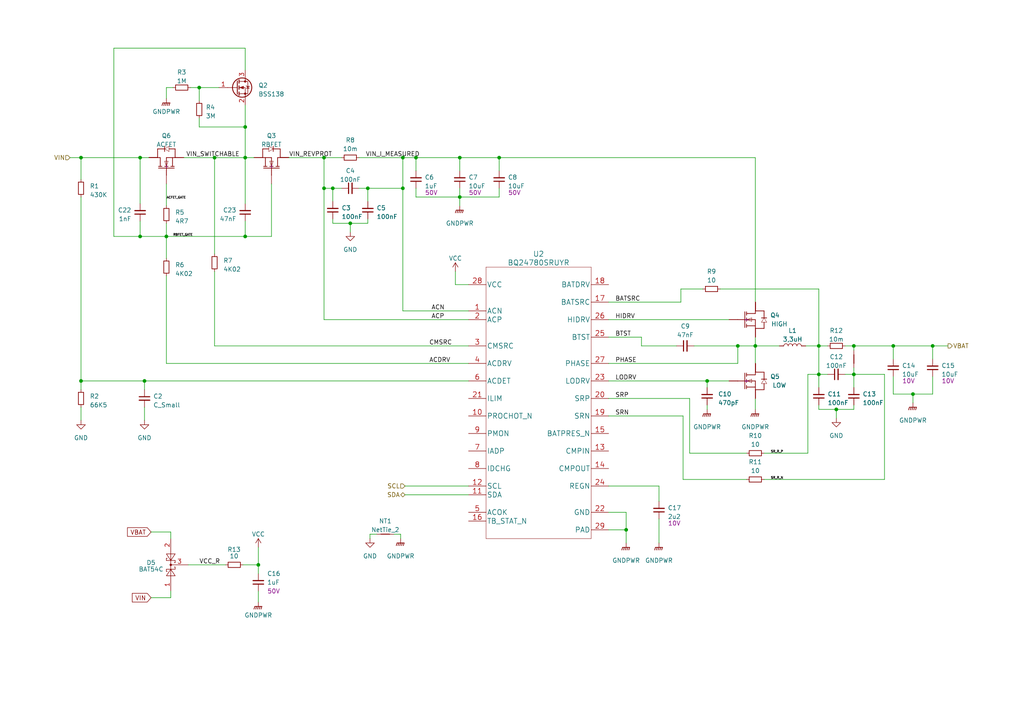
<source format=kicad_sch>
(kicad_sch (version 20221206) (generator eeschema)
  (paper "A4")
  (lib_symbols
    (symbol "BQ24780SRUYR:BQ24780SRUYR" (pin_names (offset 0.254))
      (property "Reference" "U" (at 0 45.72 0))
      (property "Value" "BQ24780SRUYR" (at 0 40.64 0))
      (symbol "BQ24780SRUYR_1_1"
        (polyline (pts (xy -15.24 -40.64) (xy 15.24 -40.64)) (stroke (width 0.1016)))
        (polyline (pts (xy -15.24 38.1) (xy -15.24 -40.64)) (stroke (width 0.1016)))
        (polyline (pts (xy 15.24 -40.64) (xy 15.24 38.1)) (stroke (width 0.1016)))
        (polyline (pts (xy 15.24 38.1) (xy -15.24 38.1)) (stroke (width 0.1016)))
        (pin input line (at -20.32 25.4 0) (length 5.08) (name "ACN") (number "1"))
        (pin output line (at -20.32 -5.08 0) (length 5.08) (name "PROCHOT_N") (number "10"))
        (pin bidirectional line (at -20.32 -27.94 0) (length 5.08) (name "SDA") (number "11"))
        (pin bidirectional line (at -20.32 -25.4 0) (length 5.08) (name "SCL") (number "12"))
        (pin input line (at 20.32 -15.24 180) (length 5.08) (name "CMPIN") (number "13"))
        (pin output line (at 20.32 -20.32 180) (length 5.08) (name "CMPOUT") (number "14"))
        (pin input line (at 20.32 -10.16 180) (length 5.08) (name "BATPRES_N") (number "15"))
        (pin input line (at -20.32 -35.56 0) (length 5.08) (name "TB_STAT_N") (number "16"))
        (pin output line (at 20.32 27.94 180) (length 5.08) (name "BATSRC") (number "17"))
        (pin input line (at 20.32 33.02 180) (length 5.08) (name "BATDRV") (number "18"))
        (pin input line (at 20.32 -5.08 180) (length 5.08) (name "SRN") (number "19"))
        (pin input line (at -20.32 22.86 0) (length 5.08) (name "ACP") (number "2"))
        (pin input line (at 20.32 0 180) (length 5.08) (name "SRP") (number "20"))
        (pin input line (at -20.32 0 0) (length 5.08) (name "ILIM") (number "21"))
        (pin power_in line (at 20.32 -33.02 180) (length 5.08) (name "GND") (number "22"))
        (pin output line (at 20.32 5.08 180) (length 5.08) (name "LODRV") (number "23"))
        (pin power_in line (at 20.32 -25.4 180) (length 5.08) (name "REGN") (number "24"))
        (pin power_in line (at 20.32 17.78 180) (length 5.08) (name "BTST") (number "25"))
        (pin power_in line (at 20.32 22.86 180) (length 5.08) (name "HIDRV") (number "26"))
        (pin power_in line (at 20.32 10.16 180) (length 5.08) (name "PHASE") (number "27"))
        (pin power_in line (at -20.32 33.02 0) (length 5.08) (name "VCC") (number "28"))
        (pin power_in line (at 20.32 -38.1 180) (length 5.08) (name "PAD") (number "29"))
        (pin input line (at -20.32 15.24 0) (length 5.08) (name "CMSRC") (number "3"))
        (pin output line (at -20.32 10.16 0) (length 5.08) (name "ACDRV") (number "4"))
        (pin output line (at -20.32 -33.02 0) (length 5.08) (name "ACOK") (number "5"))
        (pin input line (at -20.32 5.08 0) (length 5.08) (name "ACDET") (number "6"))
        (pin output line (at -20.32 -15.24 0) (length 5.08) (name "IADP") (number "7"))
        (pin output line (at -20.32 -20.32 0) (length 5.08) (name "IDCHG") (number "8"))
        (pin output line (at -20.32 -10.16 0) (length 5.08) (name "PMON") (number "9"))
      )
    )
    (symbol "CSD18543Q3A:CSD18543Q3A" (pin_numbers hide) (pin_names (offset 0) hide)
      (property "Reference" "U" (at -2.54 5.08 0))
      (property "Value" "CSD18543Q3A" (at 15.24 -5.08 0))
      (symbol "CSD18543Q3A_1_1"
        (polyline (pts (xy -2.54 0) (xy -0.508 0)) (stroke (width 0.2032)))
        (polyline (pts (xy -0.508 2.286) (xy -0.508 -2.286)) (stroke (width 0.2032)))
        (polyline (pts (xy 0 -2.286) (xy 0 -1.27)) (stroke (width 0.2032)))
        (polyline (pts (xy 0 -0.508) (xy 0 0.508)) (stroke (width 0.2032)))
        (polyline (pts (xy 0 0) (xy 1.524 -0.508)) (stroke (width 0.1016)))
        (polyline (pts (xy 0 2.286) (xy 0 1.27)) (stroke (width 0.2032)))
        (polyline (pts (xy 1.524 -0.508) (xy 1.524 0.508)) (stroke (width 0.1016)))
        (polyline (pts (xy 1.524 0.508) (xy 0 0)) (stroke (width 0.1016)))
        (polyline (pts (xy 2.54 -2.54) (xy 5.08 -2.54)) (stroke (width 0.2032)))
        (polyline (pts (xy 2.54 -1.778) (xy 0 -1.778)) (stroke (width 0.2032)))
        (polyline (pts (xy 2.54 0) (xy 0 0)) (stroke (width 0.2032)))
        (polyline (pts (xy 2.54 0) (xy 2.54 -2.54)) (stroke (width 0.2032)))
        (polyline (pts (xy 2.54 1.778) (xy 0 1.778)) (stroke (width 0.2032)))
        (polyline (pts (xy 2.54 1.778) (xy 2.54 2.54)) (stroke (width 0.2032)))
        (polyline (pts (xy 2.54 2.54) (xy 5.08 2.54)) (stroke (width 0.2032)))
        (polyline (pts (xy 4.318 -0.762) (xy 5.842 -0.762)) (stroke (width 0.1016)))
        (polyline (pts (xy 4.318 0.508) (xy 5.842 0.508)) (stroke (width 0.2032)))
        (polyline (pts (xy 5.08 -2.54) (xy 5.08 -0.762)) (stroke (width 0.2032)))
        (polyline (pts (xy 5.08 0.508) (xy 4.318 -0.762)) (stroke (width 0.1016)))
        (polyline (pts (xy 5.08 2.54) (xy 5.08 0.508)) (stroke (width 0.2032)))
        (polyline (pts (xy 5.842 -0.762) (xy 5.08 0.508)) (stroke (width 0.1016)))
        (pin passive line (at 2.54 -5.08 90) (length 2.56) (name "S") (number "1"))
        (pin passive line (at 2.54 -5.08 90) (length 2.56) (name "S") (number "2"))
        (pin passive line (at 2.54 -5.08 90) (length 2.56) (name "S") (number "3"))
        (pin passive line (at -5.08 0 0) (length 2.56) (name "G") (number "4"))
        (pin passive line (at 2.54 5.08 270) (length 2.56) (name "D") (number "5"))
        (pin passive line (at 2.54 5.08 270) (length 2.56) (name "D") (number "6"))
        (pin passive line (at 2.54 5.08 270) (length 2.56) (name "D") (number "7"))
        (pin passive line (at 2.54 5.08 270) (length 2.56) (name "D") (number "8"))
        (pin passive line (at 2.54 5.08 270) (length 2.56) (name "D") (number "9"))
      )
    )
    (symbol "Device:C_Small" (pin_numbers hide) (pin_names (offset 0.254) hide)
      (property "Reference" "C" (at 0.254 1.778 0))
      (property "Value" "C_Small" (at 0.254 -2.032 0))
      (symbol "C_Small_0_1"
        (polyline (pts (xy -1.524 -0.508) (xy 1.524 -0.508)) (stroke (width 0.3302)))
        (polyline (pts (xy -1.524 0.508) (xy 1.524 0.508)) (stroke (width 0.3048)))
      )
      (symbol "C_Small_1_1"
        (pin passive line (at 0 2.54 270) (length 2.032) (name "~") (number "1"))
        (pin passive line (at 0 -2.54 90) (length 2.032) (name "~") (number "2"))
      )
    )
    (symbol "Device:L" (pin_numbers hide) (pin_names (offset 1.016) hide)
      (property "Reference" "L" (at -1.27 0 90))
      (property "Value" "L" (at 1.905 0 90))
      (symbol "L_0_1"
        (arc (start 0 -2.54) (mid 0.6323 -1.905) (end 0 -1.27))
        (arc (start 0 -1.27) (mid 0.6323 -0.635) (end 0 0))
        (arc (start 0 0) (mid 0.6323 0.635) (end 0 1.27))
        (arc (start 0 1.27) (mid 0.6323 1.905) (end 0 2.54))
      )
      (symbol "L_1_1"
        (pin passive line (at 0 3.81 270) (length 1.27) (name "1") (number "1"))
        (pin passive line (at 0 -3.81 90) (length 1.27) (name "2") (number "2"))
      )
    )
    (symbol "Device:NetTie_2" (pin_numbers hide) (pin_names (offset 0) hide) (in_bom no)
      (property "Reference" "NT" (at 0 1.27 0))
      (property "Value" "NetTie_2" (at 0 -1.27 0))
      (symbol "NetTie_2_0_1"
        (polyline (pts (xy -1.27 0) (xy 1.27 0)) (stroke (width 0.254)))
      )
      (symbol "NetTie_2_1_1"
        (pin passive line (at -2.54 0 0) (length 2.54) (name "1") (number "1"))
        (pin passive line (at 2.54 0 180) (length 2.54) (name "2") (number "2"))
      )
    )
    (symbol "Device:R_Small" (pin_numbers hide) (pin_names (offset 0.254) hide)
      (property "Reference" "R" (at 0.762 0.508 0))
      (property "Value" "R_Small" (at 0.762 -1.016 0))
      (symbol "R_Small_0_1"
        (rectangle (start -0.762 1.778) (end 0.762 -1.778) (stroke (width 0.2032)))
      )
      (symbol "R_Small_1_1"
        (pin passive line (at 0 2.54 270) (length 0.762) (name "~") (number "1"))
        (pin passive line (at 0 -2.54 90) (length 0.762) (name "~") (number "2"))
      )
    )
    (symbol "Diode:BAT54C" (pin_names (offset 1.016))
      (property "Reference" "D" (at 0.635 -3.81 0))
      (property "Value" "BAT54C" (at -6.35 3.175 0))
      (symbol "BAT54C_0_1"
        (polyline (pts (xy -1.905 0) (xy 1.905 0)))
        (polyline (pts (xy -1.905 1.27) (xy -1.905 1.016)))
        (polyline (pts (xy -1.27 -1.27) (xy -0.635 -1.27)))
        (polyline (pts (xy -1.27 0) (xy -3.81 0)))
        (polyline (pts (xy -1.27 1.27) (xy -1.905 1.27)))
        (polyline (pts (xy -1.27 1.27) (xy -1.27 -1.27)))
        (polyline (pts (xy -0.635 -1.27) (xy -0.635 -1.016)))
        (polyline (pts (xy 0.635 -1.27) (xy 0.635 -1.016)))
        (polyline (pts (xy 1.27 -1.27) (xy 0.635 -1.27)))
        (polyline (pts (xy 1.27 1.27) (xy 1.27 -1.27)))
        (polyline (pts (xy 1.27 1.27) (xy 1.905 1.27)))
        (polyline (pts (xy 1.905 1.27) (xy 1.905 1.016)))
        (polyline (pts (xy 3.81 0) (xy 1.27 0)))
        (polyline (pts (xy -3.175 -1.27) (xy -3.175 1.27) (xy -1.27 0) (xy -3.175 -1.27)))
        (polyline (pts (xy 3.175 -1.27) (xy 3.175 1.27) (xy 1.27 0) (xy 3.175 -1.27)))
        (circle (center 0 0) (radius 0.254) (fill (type outline)))
      )
      (symbol "BAT54C_1_1"
        (pin passive line (at -7.62 0 0) (length 3.81) (name "~") (number "1"))
        (pin passive line (at 7.62 0 180) (length 3.81) (name "~") (number "2"))
        (pin passive line (at 0 -5.08 90) (length 5.08) (name "~") (number "3"))
      )
    )
    (symbol "Transistor_FET:BSS138" (pin_names hide)
      (property "Reference" "Q" (at 5.08 1.905 0))
      (property "Value" "BSS138" (at 5.08 0 0))
      (symbol "BSS138_0_1"
        (polyline (pts (xy 0.254 0) (xy -2.54 0)))
        (polyline (pts (xy 0.254 1.905) (xy 0.254 -1.905)) (stroke (width 0.254)))
        (polyline (pts (xy 0.762 -1.27) (xy 0.762 -2.286)) (stroke (width 0.254)))
        (polyline (pts (xy 0.762 0.508) (xy 0.762 -0.508)) (stroke (width 0.254)))
        (polyline (pts (xy 0.762 2.286) (xy 0.762 1.27)) (stroke (width 0.254)))
        (polyline (pts (xy 2.54 2.54) (xy 2.54 1.778)))
        (polyline (pts (xy 2.54 -2.54) (xy 2.54 0) (xy 0.762 0)))
        (polyline (pts (xy 0.762 -1.778) (xy 3.302 -1.778) (xy 3.302 1.778) (xy 0.762 1.778)))
        (polyline (pts (xy 1.016 0) (xy 2.032 0.381) (xy 2.032 -0.381) (xy 1.016 0)) (fill (type outline)))
        (polyline (pts (xy 2.794 0.508) (xy 2.921 0.381) (xy 3.683 0.381) (xy 3.81 0.254)))
        (polyline (pts (xy 3.302 0.381) (xy 2.921 -0.254) (xy 3.683 -0.254) (xy 3.302 0.381)))
        (circle (center 1.651 0) (radius 2.794) (stroke (width 0.254)))
        (circle (center 2.54 -1.778) (radius 0.254) (fill (type outline)))
        (circle (center 2.54 1.778) (radius 0.254) (fill (type outline)))
      )
      (symbol "BSS138_1_1"
        (pin input line (at -5.08 0 0) (length 2.54) (name "G") (number "1"))
        (pin passive line (at 2.54 -5.08 90) (length 2.54) (name "S") (number "2"))
        (pin passive line (at 2.54 5.08 270) (length 2.54) (name "D") (number "3"))
      )
    )
    (symbol "power:GND" (power) (pin_names (offset 0))
      (property "Value" "GND" (at 0 -3.81 0))
      (symbol "GND_0_1"
        (polyline (pts (xy 0 0) (xy 0 -1.27) (xy 1.27 -1.27) (xy 0 -2.54) (xy -1.27 -1.27) (xy 0 -1.27)))
      )
      (symbol "GND_1_1"
        (pin power_in line (at 0 0 270) (length 0) hide (name "GND") (number "1"))
      )
    )
    (symbol "power:GNDPWR" (power) (pin_names (offset 0))
      (property "Value" "GNDPWR" (at 0 -3.302 0))
      (symbol "GNDPWR_0_1"
        (polyline (pts (xy 0 -1.27) (xy 0 0)))
        (polyline (pts (xy -1.016 -1.27) (xy -1.27 -2.032) (xy -1.27 -2.032)) (stroke (width 0.2032)))
        (polyline (pts (xy -0.508 -1.27) (xy -0.762 -2.032) (xy -0.762 -2.032)) (stroke (width 0.2032)))
        (polyline (pts (xy 0 -1.27) (xy -0.254 -2.032) (xy -0.254 -2.032)) (stroke (width 0.2032)))
        (polyline (pts (xy 0.508 -1.27) (xy 0.254 -2.032) (xy 0.254 -2.032)) (stroke (width 0.2032)))
        (polyline (pts (xy 1.016 -1.27) (xy -1.016 -1.27) (xy -1.016 -1.27)) (stroke (width 0.2032)))
        (polyline (pts (xy 1.016 -1.27) (xy 0.762 -2.032) (xy 0.762 -2.032) (xy 0.762 -2.032)) (stroke (width 0.2032)))
      )
      (symbol "GNDPWR_1_1"
        (pin power_in line (at 0 0 270) (length 0) hide (name "GNDPWR") (number "1"))
      )
    )
    (symbol "power:VCC" (power) (pin_names (offset 0))
      (property "Value" "VCC" (at 0 3.81 0))
      (symbol "VCC_0_1"
        (polyline (pts (xy -0.762 1.27) (xy 0 2.54)))
        (polyline (pts (xy 0 0) (xy 0 2.54)))
        (polyline (pts (xy 0 2.54) (xy 0.762 1.27)))
      )
      (symbol "VCC_1_1"
        (pin power_in line (at 0 0 90) (length 0) hide (name "VCC") (number "1"))
      )
    )
  )
  (junction (at 133.35 57.15))
  (junction (at 23.495 110.49))
  (junction (at 247.65 100.33))
  (junction (at 71.12 68.58))
  (junction (at 71.12 36.83))
  (junction (at 133.35 45.72))
  (junction (at 144.78 45.72))
  (junction (at 120.65 45.72))
  (junction (at 237.49 100.33))
  (junction (at 41.91 110.49))
  (junction (at 48.26 68.58))
  (junction (at 237.49 108.585))
  (junction (at 40.64 45.72))
  (junction (at 93.98 54.61))
  (junction (at 116.84 45.72))
  (junction (at 101.6 64.77))
  (junction (at 71.12 45.72))
  (junction (at 57.785 25.4))
  (junction (at 93.98 45.72))
  (junction (at 264.795 114.3))
  (junction (at 40.64 68.58))
  (junction (at 205.105 110.49))
  (junction (at 106.68 54.61))
  (junction (at 116.84 54.61))
  (junction (at 62.23 45.72))
  (junction (at 74.93 163.83))
  (junction (at 213.995 100.33))
  (junction (at 270.51 100.33))
  (junction (at 219.075 100.33))
  (junction (at 247.65 108.585))
  (junction (at 259.08 100.33))
  (junction (at 23.495 45.72))
  (junction (at 242.57 118.745))
  (junction (at 96.52 54.61))
  (junction (at 181.61 153.67))
  (wire (pts (xy 120.65 54.61) (xy 120.65 57.15)))
  (wire (pts (xy 99.06 54.61) (xy 96.52 54.61)))
  (wire (pts (xy 71.12 45.72) (xy 71.12 59.055)))
  (wire (pts (xy 270.51 100.33) (xy 274.955 100.33)))
  (wire (pts (xy 234.315 131.445) (xy 234.315 108.585)))
  (wire (pts (xy 198.12 139.065) (xy 198.12 120.65)))
  (wire (pts (xy 71.12 13.97) (xy 33.02 13.97)))
  (wire (pts (xy 135.89 100.33) (xy 62.23 100.33)))
  (wire (pts (xy 247.65 117.475) (xy 247.65 118.745)))
  (wire (pts (xy 191.135 150.495) (xy 191.135 157.48)))
  (wire (pts (xy 245.11 108.585) (xy 247.65 108.585)))
  (wire (pts (xy 219.075 100.33) (xy 219.075 105.41)))
  (wire (pts (xy 133.35 57.15) (xy 133.35 59.69)))
  (wire (pts (xy 62.23 100.33) (xy 62.23 78.74)))
  (wire (pts (xy 133.35 45.72) (xy 144.78 45.72)))
  (wire (pts (xy 104.14 45.72) (xy 116.84 45.72)))
  (wire (pts (xy 106.68 54.61) (xy 116.84 54.61)))
  (wire (pts (xy 259.08 109.22) (xy 259.08 114.3)))
  (wire (pts (xy 20.32 45.72) (xy 23.495 45.72)))
  (wire (pts (xy 242.57 118.745) (xy 242.57 121.285)))
  (wire (pts (xy 259.08 100.33) (xy 259.08 104.14)))
  (wire (pts (xy 117.475 140.97) (xy 135.89 140.97)))
  (wire (pts (xy 48.26 53.34) (xy 48.26 59.69)))
  (wire (pts (xy 107.315 154.94) (xy 107.315 156.21)))
  (wire (pts (xy 245.11 100.33) (xy 247.65 100.33)))
  (wire (pts (xy 133.35 57.15) (xy 144.78 57.15)))
  (wire (pts (xy 205.105 110.49) (xy 211.455 110.49)))
  (wire (pts (xy 205.105 110.49) (xy 205.105 112.395)))
  (wire (pts (xy 74.93 171.45) (xy 74.93 174.625)))
  (wire (pts (xy 132.08 82.55) (xy 132.08 78.74)))
  (wire (pts (xy 144.78 49.53) (xy 144.78 45.72)))
  (wire (pts (xy 259.08 100.33) (xy 270.51 100.33)))
  (wire (pts (xy 55.245 25.4) (xy 57.785 25.4)))
  (wire (pts (xy 176.53 97.79) (xy 186.055 97.79)))
  (wire (pts (xy 41.91 110.49) (xy 135.89 110.49)))
  (wire (pts (xy 40.64 45.72) (xy 43.18 45.72)))
  (wire (pts (xy 237.49 108.585) (xy 237.49 112.395)))
  (wire (pts (xy 116.84 45.72) (xy 116.84 54.61)))
  (wire (pts (xy 186.055 97.79) (xy 186.055 100.33)))
  (wire (pts (xy 144.78 57.15) (xy 144.78 54.61)))
  (wire (pts (xy 62.23 45.72) (xy 71.12 45.72)))
  (wire (pts (xy 264.795 114.3) (xy 264.795 116.84)))
  (wire (pts (xy 106.68 63.5) (xy 106.68 64.77)))
  (wire (pts (xy 200.025 115.57) (xy 200.025 131.445)))
  (wire (pts (xy 71.12 20.32) (xy 71.12 13.97)))
  (wire (pts (xy 198.12 120.65) (xy 176.53 120.65)))
  (wire (pts (xy 133.35 54.61) (xy 133.35 57.15)))
  (wire (pts (xy 219.075 97.79) (xy 219.075 100.33)))
  (wire (pts (xy 181.61 148.59) (xy 181.61 153.67)))
  (wire (pts (xy 237.49 118.745) (xy 242.57 118.745)))
  (wire (pts (xy 197.485 83.82) (xy 203.835 83.82)))
  (wire (pts (xy 23.495 118.11) (xy 23.495 121.92)))
  (wire (pts (xy 48.26 25.4) (xy 48.26 28.575)))
  (wire (pts (xy 240.03 108.585) (xy 237.49 108.585)))
  (wire (pts (xy 120.65 57.15) (xy 133.35 57.15)))
  (wire (pts (xy 219.075 100.33) (xy 226.06 100.33)))
  (wire (pts (xy 219.075 45.72) (xy 144.78 45.72)))
  (wire (pts (xy 213.995 100.33) (xy 219.075 100.33)))
  (wire (pts (xy 135.89 90.17) (xy 116.84 90.17)))
  (wire (pts (xy 57.785 25.4) (xy 57.785 29.21)))
  (wire (pts (xy 247.65 100.33) (xy 247.65 101.6)))
  (wire (pts (xy 221.615 131.445) (xy 234.315 131.445)))
  (wire (pts (xy 53.34 45.72) (xy 62.23 45.72)))
  (wire (pts (xy 219.075 87.63) (xy 219.075 45.72)))
  (wire (pts (xy 23.495 45.72) (xy 40.64 45.72)))
  (wire (pts (xy 49.53 154.305) (xy 49.53 156.21)))
  (wire (pts (xy 133.35 45.72) (xy 133.35 49.53)))
  (wire (pts (xy 109.22 154.94) (xy 107.315 154.94)))
  (wire (pts (xy 247.65 106.68) (xy 247.65 108.585)))
  (wire (pts (xy 93.98 54.61) (xy 93.98 45.72)))
  (wire (pts (xy 74.93 163.83) (xy 70.485 163.83)))
  (wire (pts (xy 116.84 45.72) (xy 120.65 45.72)))
  (wire (pts (xy 71.12 64.135) (xy 71.12 68.58)))
  (wire (pts (xy 57.785 36.83) (xy 71.12 36.83)))
  (wire (pts (xy 116.205 154.94) (xy 116.205 156.21)))
  (wire (pts (xy 201.295 100.33) (xy 213.995 100.33)))
  (wire (pts (xy 48.26 80.01) (xy 48.26 105.41)))
  (wire (pts (xy 33.02 68.58) (xy 40.64 68.58)))
  (wire (pts (xy 93.98 45.72) (xy 99.06 45.72)))
  (wire (pts (xy 101.6 64.77) (xy 106.68 64.77)))
  (wire (pts (xy 33.02 13.97) (xy 33.02 68.58)))
  (wire (pts (xy 23.495 110.49) (xy 23.495 113.03)))
  (wire (pts (xy 237.49 100.33) (xy 240.03 100.33)))
  (wire (pts (xy 234.315 108.585) (xy 237.49 108.585)))
  (wire (pts (xy 83.82 45.72) (xy 93.98 45.72)))
  (wire (pts (xy 237.49 100.33) (xy 237.49 108.585)))
  (wire (pts (xy 186.055 100.33) (xy 196.215 100.33)))
  (wire (pts (xy 181.61 153.67) (xy 181.61 157.48)))
  (wire (pts (xy 270.51 109.22) (xy 270.51 114.3)))
  (wire (pts (xy 205.105 117.475) (xy 205.105 118.745)))
  (wire (pts (xy 247.65 108.585) (xy 247.65 112.395)))
  (wire (pts (xy 176.53 87.63) (xy 197.485 87.63)))
  (wire (pts (xy 198.12 139.065) (xy 216.535 139.065)))
  (wire (pts (xy 176.53 105.41) (xy 213.995 105.41)))
  (wire (pts (xy 71.12 30.48) (xy 71.12 36.83)))
  (wire (pts (xy 176.53 153.67) (xy 181.61 153.67)))
  (wire (pts (xy 176.53 140.97) (xy 191.135 140.97)))
  (wire (pts (xy 176.53 92.71) (xy 211.455 92.71)))
  (wire (pts (xy 191.135 140.97) (xy 191.135 145.415)))
  (wire (pts (xy 57.785 34.29) (xy 57.785 36.83)))
  (wire (pts (xy 135.89 92.71) (xy 93.98 92.71)))
  (wire (pts (xy 96.52 54.61) (xy 93.98 54.61)))
  (wire (pts (xy 96.52 63.5) (xy 96.52 64.77)))
  (wire (pts (xy 48.26 68.58) (xy 40.64 68.58)))
  (wire (pts (xy 23.495 45.72) (xy 23.495 52.07)))
  (wire (pts (xy 135.89 82.55) (xy 132.08 82.55)))
  (wire (pts (xy 23.495 110.49) (xy 41.91 110.49)))
  (wire (pts (xy 197.485 87.63) (xy 197.485 83.82)))
  (wire (pts (xy 48.26 68.58) (xy 48.26 74.93)))
  (wire (pts (xy 237.49 117.475) (xy 237.49 118.745)))
  (wire (pts (xy 264.795 114.3) (xy 270.51 114.3)))
  (wire (pts (xy 213.995 105.41) (xy 213.995 100.33)))
  (wire (pts (xy 54.61 163.83) (xy 65.405 163.83)))
  (wire (pts (xy 63.5 25.4) (xy 57.785 25.4)))
  (wire (pts (xy 41.91 118.11) (xy 41.91 121.92)))
  (wire (pts (xy 62.23 45.72) (xy 62.23 73.66)))
  (wire (pts (xy 233.68 100.33) (xy 237.49 100.33)))
  (wire (pts (xy 208.915 83.82) (xy 237.49 83.82)))
  (wire (pts (xy 48.26 68.58) (xy 71.12 68.58)))
  (wire (pts (xy 221.615 139.065) (xy 256.54 139.065)))
  (wire (pts (xy 176.53 110.49) (xy 205.105 110.49)))
  (wire (pts (xy 48.26 105.41) (xy 135.89 105.41)))
  (wire (pts (xy 78.74 53.34) (xy 78.74 68.58)))
  (wire (pts (xy 43.815 154.305) (xy 49.53 154.305)))
  (wire (pts (xy 40.64 68.58) (xy 40.64 64.135)))
  (wire (pts (xy 120.65 45.72) (xy 120.65 49.53)))
  (wire (pts (xy 259.08 114.3) (xy 264.795 114.3)))
  (wire (pts (xy 176.53 115.57) (xy 200.025 115.57)))
  (wire (pts (xy 71.12 68.58) (xy 78.74 68.58)))
  (wire (pts (xy 219.075 115.57) (xy 219.075 118.745)))
  (wire (pts (xy 120.65 45.72) (xy 133.35 45.72)))
  (wire (pts (xy 74.93 158.75) (xy 74.93 163.83)))
  (wire (pts (xy 117.475 143.51) (xy 135.89 143.51)))
  (wire (pts (xy 256.54 108.585) (xy 256.54 139.065)))
  (wire (pts (xy 41.91 113.03) (xy 41.91 110.49)))
  (wire (pts (xy 40.64 45.72) (xy 40.64 59.055)))
  (wire (pts (xy 270.51 104.14) (xy 270.51 100.33)))
  (wire (pts (xy 96.52 54.61) (xy 96.52 58.42)))
  (wire (pts (xy 242.57 118.745) (xy 247.65 118.745)))
  (wire (pts (xy 50.165 25.4) (xy 48.26 25.4)))
  (wire (pts (xy 93.98 54.61) (xy 93.98 92.71)))
  (wire (pts (xy 116.84 90.17) (xy 116.84 54.61)))
  (wire (pts (xy 104.14 54.61) (xy 106.68 54.61)))
  (wire (pts (xy 200.025 131.445) (xy 216.535 131.445)))
  (wire (pts (xy 101.6 64.77) (xy 101.6 67.31)))
  (wire (pts (xy 23.495 57.15) (xy 23.495 110.49)))
  (wire (pts (xy 176.53 148.59) (xy 181.61 148.59)))
  (wire (pts (xy 48.26 64.77) (xy 48.26 68.58)))
  (wire (pts (xy 71.12 45.72) (xy 73.66 45.72)))
  (wire (pts (xy 96.52 64.77) (xy 101.6 64.77)))
  (wire (pts (xy 71.12 36.83) (xy 71.12 45.72)))
  (wire (pts (xy 114.3 154.94) (xy 116.205 154.94)))
  (wire (pts (xy 74.93 163.83) (xy 74.93 166.37)))
  (wire (pts (xy 237.49 83.82) (xy 237.49 100.33)))
  (wire (pts (xy 49.53 173.355) (xy 49.53 171.45)))
  (wire (pts (xy 43.815 173.355) (xy 49.53 173.355)))
  (wire (pts (xy 106.68 54.61) (xy 106.68 58.42)))
  (wire (pts (xy 247.65 108.585) (xy 256.54 108.585)))
  (wire (pts (xy 247.65 100.33) (xy 259.08 100.33)))
  (label "HIDRV" (at 178.435 92.71 0))
  (label "ACFET_GATE" (at 48.26 57.785 0) (effects (font (size 0.635 0.635))))
  (label "VCC_R" (at 57.785 163.83 0))
  (label "RBFET_GATE" (at 50.165 68.58 0) (effects (font (size 0.635 0.635))))
  (label "VIN_REVPROT" (at 83.82 45.72 0))
  (label "SR_R_N" (at 223.52 139.065 0) (effects (font (size 0.635 0.635))))
  (label "ACN" (at 125.095 90.17 0))
  (label "SRP" (at 178.435 115.57 0))
  (label "BTST" (at 178.435 97.79 0))
  (label "VIN_SWITCHABLE" (at 53.975 45.72 0))
  (label "CMSRC" (at 124.46 100.33 0))
  (label "PHASE" (at 178.435 105.41 0))
  (label "LODRV" (at 178.435 110.49 0))
  (label "BATSRC" (at 178.435 87.63 0))
  (label "SRN" (at 178.435 120.65 0))
  (label "VIN_I_MEASURED" (at 106.045 45.72 0))
  (label "SR_R_P" (at 223.52 131.445 0) (effects (font (size 0.635 0.635))))
  (label "ACDRV" (at 124.46 105.41 0))
  (label "ACP" (at 125.095 92.71 0))
  (global_label "VBAT" (shape input) (at 43.815 154.305 180) (property "Intersheetrefs" "${INTERSHEET_REFS}" (effects hide)))
  (global_label "VIN" (shape input) (at 43.815 173.355 180) (property "Intersheetrefs" "${INTERSHEET_REFS}" (effects hide)))
  (hierarchical_label "SCL" (shape input) (at 117.475 140.97 180))
  (hierarchical_label "VIN" (shape input) (at 20.32 45.72 180))
  (hierarchical_label "SDA" (shape bidirectional) (at 117.475 143.51 180))
  (hierarchical_label "VBAT" (shape output) (at 274.955 100.33 0))
  (symbol (lib_id "power:VCC") (at 74.93 158.75 0) (unit 1)
    (property "Reference" "#PWR0118" (effects hide))
    (property "Value" "VCC" (at 74.93 154.94 0))
  )
  (symbol (lib_id "CSD18543Q3A:CSD18543Q3A") (at 48.26 48.26 90) (unit 1)
    (property "Reference" "Q6" (at 48.26 39.37 90))
    (property "Value" "ACFET" (at 48.26 41.91 90))
    (property "Footprint" "footprints:CSD18543Q3A" (effects hide))
    (property "Datasheet" "~" (at 48.26 48.26 0) (effects (font (size 1.524 1.524))))
  )
  (symbol (lib_id "power:GND") (at 242.57 121.285 0) (unit 1)
    (property "Reference" "#PWR0115" (effects hide))
    (property "Value" "GND" (at 242.57 126.365 0))
  )
  (symbol (lib_id "Device:R_Small") (at 101.6 45.72 90) (unit 1)
    (property "Reference" "R8" (at 101.6 40.64 90))
    (property "Value" "10m" (at 101.6 43.18 90))
    (property "Footprint" "Resistor_SMD:R_1206_3216Metric" (effects hide))
  )
  (symbol (lib_id "Device:R_Small") (at 57.785 31.75 0) (unit 1)
    (property "Reference" "R4" (at 59.69 31.115 0) (effects (justify left)))
    (property "Value" "3M" (at 59.69 33.655 0) (effects (justify left)))
    (property "Footprint" "Resistor_SMD:R_0603_1608Metric" (effects hide))
  )
  (symbol (lib_id "Device:C_Small") (at 41.91 115.57 0) (unit 1)
    (property "Reference" "C2" (at 44.45 114.9413 0) (effects (justify left)))
    (property "Value" "C_Small" (at 44.45 117.4813 0) (effects (justify left)))
  )
  (symbol (lib_id "power:GNDPWR") (at 264.795 116.84 0) (unit 1)
    (property "Reference" "#PWR0111" (effects hide))
    (property "Value" "GNDPWR" (at 264.795 121.92 0))
  )
  (symbol (lib_id "CSD18543Q3A:CSD18543Q3A") (at 216.535 92.71 0) (unit 1)
    (property "Reference" "Q4" (at 224.79 91.44 0))
    (property "Value" "HIGH" (at 226.06 93.98 0))
    (property "Footprint" "footprints:CSD18543Q3A" (effects hide))
    (property "Datasheet" "~" (at 216.535 92.71 0) (effects (font (size 1.524 1.524))))
  )
  (symbol (lib_id "Device:NetTie_2") (at 247.65 104.14 90) (unit 1) (in_bom no)
    (property "Reference" "NT2" (effects hide))
    (property "Value" "NetTie_2" (effects hide))
    (property "Footprint" "NetTie:NetTie-2_SMD_Pad0.5mm" (effects hide))
  )
  (symbol (lib_id "Device:L") (at 229.87 100.33 90) (unit 1)
    (property "Reference" "L1" (at 229.87 95.885 90))
    (property "Value" "3,3uH" (at 229.87 98.425 90))
    (property "Footprint" "libs:IND_ETQP5M150YFK" (effects hide))
  )
  (symbol (lib_id "Device:C_Small") (at 259.08 106.68 180) (unit 1)
    (property "Reference" "C14" (at 261.62 106.0386 0) (effects (justify right)))
    (property "Value" "10uF" (at 261.62 108.5786 0) (effects (justify right)))
    (property "Footprint" "Capacitor_SMD:C_0603_1608Metric" (effects hide))
    (property "Voltage" "10V" (at 263.525 110.49 0))
  )
  (symbol (lib_id "Device:R_Small") (at 48.26 77.47 0) (unit 1)
    (property "Reference" "R6" (at 50.8 76.835 0) (effects (justify left)))
    (property "Value" "4K02" (at 50.8 79.375 0) (effects (justify left)))
    (property "Footprint" "Resistor_SMD:R_0603_1608Metric" (effects hide))
  )
  (symbol (lib_id "Device:C_Small") (at 120.65 52.07 180) (unit 1)
    (property "Reference" "C6" (at 123.19 51.4286 0) (effects (justify right)))
    (property "Value" "1uF" (at 123.19 53.9686 0) (effects (justify right)))
    (property "Footprint" "Capacitor_SMD:C_0603_1608Metric" (effects hide))
    (property "Voltage" "50V" (at 125.095 55.88 0))
  )
  (symbol (lib_id "Device:C_Small") (at 198.755 100.33 90) (unit 1)
    (property "Reference" "C9" (at 198.7613 94.615 90))
    (property "Value" "47nF" (at 198.7613 97.155 90))
    (property "Footprint" "Capacitor_SMD:C_0603_1608Metric" (effects hide))
  )
  (symbol (lib_id "Device:C_Small") (at 96.52 60.96 180) (unit 1)
    (property "Reference" "C3" (at 99.06 60.3186 0) (effects (justify right)))
    (property "Value" "100nF" (at 99.06 62.8586 0) (effects (justify right)))
    (property "Footprint" "Capacitor_SMD:C_0603_1608Metric" (effects hide))
  )
  (symbol (lib_id "Device:R_Small") (at 48.26 62.23 0) (unit 1)
    (property "Reference" "R5" (at 50.8 61.595 0) (effects (justify left)))
    (property "Value" "4R7" (at 50.8 64.135 0) (effects (justify left)))
    (property "Footprint" "Resistor_SMD:R_0603_1608Metric" (effects hide))
  )
  (symbol (lib_id "power:GND") (at 23.495 121.92 0) (unit 1)
    (property "Reference" "#PWR0105" (effects hide))
    (property "Value" "GND" (at 23.495 127 0))
  )
  (symbol (lib_id "Device:R_Small") (at 23.495 54.61 0) (unit 1)
    (property "Reference" "R1" (at 26.035 53.975 0) (effects (justify left)))
    (property "Value" "430K" (at 26.035 56.515 0) (effects (justify left)))
    (property "Footprint" "Resistor_SMD:R_0603_1608Metric" (effects hide))
  )
  (symbol (lib_id "Device:C_Small") (at 133.35 52.07 180) (unit 1)
    (property "Reference" "C7" (at 135.89 51.4286 0) (effects (justify right)))
    (property "Value" "10uF" (at 135.89 53.9686 0) (effects (justify right)))
    (property "Footprint" "Capacitor_SMD:C_0603_1608Metric" (effects hide))
    (property "Voltage" "50V" (at 137.795 55.88 0))
  )
  (symbol (lib_id "Device:C_Small") (at 74.93 168.91 180) (unit 1)
    (property "Reference" "C16" (at 77.47 166.37 0) (effects (justify right)))
    (property "Value" "1uF" (at 77.47 168.91 0) (effects (justify right)))
    (property "Footprint" "Capacitor_SMD:C_0603_1608Metric" (effects hide))
    (property "Voltage" "50V" (at 79.375 171.4564 0))
  )
  (symbol (lib_id "Device:C_Small") (at 106.68 60.96 180) (unit 1)
    (property "Reference" "C5" (at 109.22 60.3186 0) (effects (justify right)))
    (property "Value" "100nF" (at 109.22 62.8586 0) (effects (justify right)))
    (property "Footprint" "Capacitor_SMD:C_0603_1608Metric" (effects hide))
  )
  (symbol (lib_id "Device:C_Small") (at 101.6 54.61 90) (unit 1)
    (property "Reference" "C4" (at 101.6063 49.53 90))
    (property "Value" "100nF" (at 101.6063 52.07 90))
    (property "Footprint" "Capacitor_SMD:C_0603_1608Metric" (effects hide))
  )
  (symbol (lib_id "Device:C_Small") (at 237.49 114.935 180) (unit 1)
    (property "Reference" "C11" (at 240.03 114.2936 0) (effects (justify right)))
    (property "Value" "100nF" (at 240.03 116.8336 0) (effects (justify right)))
    (property "Footprint" "Capacitor_SMD:C_0603_1608Metric" (effects hide))
  )
  (symbol (lib_id "Device:C_Small") (at 40.64 61.595 0) (mirror x) (unit 1)
    (property "Reference" "C22" (at 38.1 60.9536 0) (effects (justify right)))
    (property "Value" "1nF" (at 38.1 63.4936 0) (effects (justify right)))
    (property "Footprint" "Capacitor_SMD:C_0603_1608Metric" (effects hide))
  )
  (symbol (lib_id "power:GNDPWR") (at 74.93 174.625 0) (unit 1)
    (property "Reference" "#PWR0117" (effects hide))
    (property "Value" "GNDPWR" (at 74.93 178.435 0))
  )
  (symbol (lib_id "power:GNDPWR") (at 219.075 118.745 0) (unit 1)
    (property "Reference" "#PWR0112" (effects hide))
    (property "Value" "GNDPWR" (at 219.075 123.825 0))
  )
  (symbol (lib_id "Device:R_Small") (at 206.375 83.82 90) (unit 1)
    (property "Reference" "R9" (at 206.375 78.74 90))
    (property "Value" "10" (at 206.375 81.28 90))
    (property "Footprint" "Resistor_SMD:R_0603_1608Metric" (effects hide))
  )
  (symbol (lib_id "CSD18543Q3A:CSD18543Q3A") (at 78.74 48.26 270) (mirror x) (unit 1)
    (property "Reference" "Q3" (at 78.74 39.37 90))
    (property "Value" "RBFET" (at 78.74 41.91 90))
    (property "Footprint" "footprints:CSD18543Q3A" (effects hide))
    (property "Datasheet" "~" (at 78.74 48.26 0) (effects (font (size 1.524 1.524))))
  )
  (symbol (lib_id "Device:R_Small") (at 242.57 100.33 90) (unit 1)
    (property "Reference" "R12" (at 242.57 95.885 90))
    (property "Value" "10m" (at 242.57 98.425 90))
    (property "Footprint" "Resistor_SMD:R_1206_3216Metric" (effects hide))
  )
  (symbol (lib_id "BQ24780SRUYR:BQ24780SRUYR") (at 156.21 115.57 0) (unit 1)
    (property "Reference" "U2" (at 156.21 73.66 0) (effects (font (size 1.524 1.524))))
    (property "Value" "BQ24780SRUYR" (at 156.21 76.2 0) (effects (font (size 1.524 1.524))))
    (property "Footprint" "footprints:BQ24780SRUYR" (effects hide))
    (property "Datasheet" "https://www.ti.com/lit/gpn/bq24780s" (effects hide))
  )
  (symbol (lib_id "Device:C_Small") (at 270.51 106.68 180) (unit 1)
    (property "Reference" "C15" (at 273.05 106.0386 0) (effects (justify right)))
    (property "Value" "10uF" (at 273.05 108.5786 0) (effects (justify right)))
    (property "Footprint" "Capacitor_SMD:C_0603_1608Metric" (effects hide))
    (property "Voltage" "10V" (at 274.955 110.49 0))
  )
  (symbol (lib_id "power:GNDPWR") (at 191.135 157.48 0) (unit 1)
    (property "Reference" "#PWR0119" (effects hide))
    (property "Value" "GNDPWR" (at 191.135 162.56 0))
  )
  (symbol (lib_id "Device:C_Small") (at 71.12 61.595 0) (mirror x) (unit 1)
    (property "Reference" "C23" (at 68.58 60.9536 0) (effects (justify right)))
    (property "Value" "47nF" (at 68.58 63.4936 0) (effects (justify right)))
    (property "Footprint" "Capacitor_SMD:C_0603_1608Metric" (effects hide))
  )
  (symbol (lib_id "Device:R_Small") (at 219.075 139.065 90) (unit 1)
    (property "Reference" "R11" (at 219.075 133.985 90))
    (property "Value" "10" (at 219.075 136.525 90))
    (property "Footprint" "Resistor_SMD:R_0603_1608Metric" (effects hide))
  )
  (symbol (lib_id "Device:R_Small") (at 62.23 76.2 0) (unit 1)
    (property "Reference" "R7" (at 64.77 75.565 0) (effects (justify left)))
    (property "Value" "4K02" (at 64.77 78.105 0) (effects (justify left)))
    (property "Footprint" "Resistor_SMD:R_0603_1608Metric" (effects hide))
  )
  (symbol (lib_id "Device:C_Small") (at 247.65 114.935 180) (unit 1)
    (property "Reference" "C13" (at 250.19 114.2936 0) (effects (justify right)))
    (property "Value" "100nF" (at 250.19 116.8336 0) (effects (justify right)))
    (property "Footprint" "Capacitor_SMD:C_0603_1608Metric" (effects hide))
  )
  (symbol (lib_id "power:VCC") (at 132.08 78.74 0) (unit 1)
    (property "Reference" "#PWR0116" (effects hide))
    (property "Value" "VCC" (at 132.08 74.93 0))
  )
  (symbol (lib_id "Device:C_Small") (at 191.135 147.955 180) (unit 1)
    (property "Reference" "C17" (at 193.675 147.3136 0) (effects (justify right)))
    (property "Value" "2u2" (at 193.675 149.8536 0) (effects (justify right)))
    (property "Footprint" "Capacitor_SMD:C_0603_1608Metric" (effects hide))
    (property "Voltage" "10V" (at 195.58 151.765 0))
  )
  (symbol (lib_id "Device:C_Small") (at 144.78 52.07 180) (unit 1)
    (property "Reference" "C8" (at 147.32 51.4286 0) (effects (justify right)))
    (property "Value" "10uF" (at 147.32 53.9686 0) (effects (justify right)))
    (property "Footprint" "Capacitor_SMD:C_0603_1608Metric" (effects hide))
    (property "Voltage" "50V" (at 149.225 55.88 0))
  )
  (symbol (lib_id "power:GND") (at 101.6 67.31 0) (unit 1)
    (property "Reference" "#PWR0107" (effects hide))
    (property "Value" "GND" (at 101.6 72.39 0))
  )
  (symbol (lib_id "power:GNDPWR") (at 48.26 28.575 0) (unit 1)
    (property "Reference" "#PWR0117" (effects hide))
    (property "Value" "GNDPWR" (at 48.26 32.385 0))
  )
  (symbol (lib_id "Device:R_Small") (at 219.075 131.445 90) (unit 1)
    (property "Reference" "R10" (at 219.075 126.365 90))
    (property "Value" "10" (at 219.075 128.905 90))
    (property "Footprint" "Resistor_SMD:R_0603_1608Metric" (effects hide))
  )
  (symbol (lib_id "Device:R_Small") (at 67.945 163.83 270) (unit 1)
    (property "Reference" "R13" (at 69.85 159.385 90) (effects (justify right)))
    (property "Value" "10" (at 69.215 161.29 90) (effects (justify right)))
    (property "Footprint" "Resistor_SMD:R_0603_1608Metric" (effects hide))
  )
  (symbol (lib_id "Transistor_FET:BSS138") (at 68.58 25.4 0) (unit 1)
    (property "Reference" "Q2" (at 74.93 24.765 0) (effects (justify left)))
    (property "Value" "BSS138" (at 74.93 27.305 0) (effects (justify left)))
    (property "Footprint" "Package_TO_SOT_SMD:SOT-23" (effects hide))
    (property "Datasheet" "https://www.onsemi.com/pub/Collateral/BSS138-D.PDF" (effects hide))
  )
  (symbol (lib_id "power:GNDPWR") (at 116.205 156.21 0) (unit 1)
    (property "Reference" "#PWR0114" (effects hide))
    (property "Value" "GNDPWR" (at 116.205 161.29 0))
  )
  (symbol (lib_id "power:GNDPWR") (at 205.105 118.745 0) (unit 1)
    (property "Reference" "#PWR0113" (effects hide))
    (property "Value" "GNDPWR" (at 205.105 123.825 0))
  )
  (symbol (lib_id "Diode:BAT54C") (at 49.53 163.83 90) (unit 1)
    (property "Reference" "D5" (at 43.815 163.195 90))
    (property "Value" "BAT54C" (at 43.815 165.1 90))
    (property "Footprint" "Package_TO_SOT_SMD:SOT-23" (effects hide))
    (property "Datasheet" "http://www.diodes.com/_files/datasheets/ds11005.pdf" (effects hide))
  )
  (symbol (lib_id "Device:R_Small") (at 52.705 25.4 90) (unit 1)
    (property "Reference" "R3" (at 52.705 20.955 90))
    (property "Value" "1M" (at 52.705 23.495 90))
    (property "Footprint" "Resistor_SMD:R_0603_1608Metric" (effects hide))
  )
  (symbol (lib_id "power:GND") (at 107.315 156.21 0) (unit 1)
    (property "Reference" "#PWR0110" (effects hide))
    (property "Value" "GND" (at 107.315 161.29 0))
  )
  (symbol (lib_id "Device:R_Small") (at 23.495 115.57 0) (unit 1)
    (property "Reference" "R2" (at 26.035 114.935 0) (effects (justify left)))
    (property "Value" "66K5" (at 26.035 117.475 0) (effects (justify left)))
    (property "Footprint" "Resistor_SMD:R_0603_1608Metric" (effects hide))
  )
  (symbol (lib_id "power:GNDPWR") (at 133.35 59.69 0) (unit 1)
    (property "Reference" "#PWR0109" (effects hide))
    (property "Value" "GNDPWR" (at 133.35 64.77 0))
  )
  (symbol (lib_id "Device:C_Small") (at 205.105 114.935 180) (unit 1)
    (property "Reference" "C10" (at 208.28 114.2936 0) (effects (justify right)))
    (property "Value" "470pF" (at 208.28 116.8336 0) (effects (justify right)))
    (property "Footprint" "Capacitor_SMD:C_0603_1608Metric" (effects hide))
  )
  (symbol (lib_id "Device:C_Small") (at 242.57 108.585 90) (unit 1)
    (property "Reference" "C12" (at 242.5763 103.505 90))
    (property "Value" "100nF" (at 242.5763 106.045 90))
    (property "Footprint" "Capacitor_SMD:C_0603_1608Metric" (effects hide))
  )
  (symbol (lib_id "Device:NetTie_2") (at 111.76 154.94 0) (unit 1) (in_bom no)
    (property "Reference" "NT1" (at 111.76 151.13 0))
    (property "Value" "NetTie_2" (at 111.76 153.67 0))
    (property "Footprint" "NetTie:NetTie-2_SMD_Pad0.5mm" (effects hide))
  )
  (symbol (lib_id "power:GNDPWR") (at 181.61 157.48 0) (unit 1)
    (property "Reference" "#PWR0108" (effects hide))
    (property "Value" "GNDPWR" (at 181.61 162.56 0))
  )
  (symbol (lib_id "power:GND") (at 41.91 121.92 0) (unit 1)
    (property "Reference" "#PWR0106" (effects hide))
    (property "Value" "GND" (at 41.91 127 0))
  )
  (symbol (lib_id "CSD18543Q3A:CSD18543Q3A") (at 216.535 110.49 0) (unit 1)
    (property "Reference" "Q5" (at 224.79 109.22 0))
    (property "Value" "LOW" (at 226.06 111.76 0))
    (property "Footprint" "footprints:CSD18543Q3A" (effects hide))
    (property "Datasheet" "~" (at 216.535 110.49 0) (effects (font (size 1.524 1.524))))
  )
)
</source>
